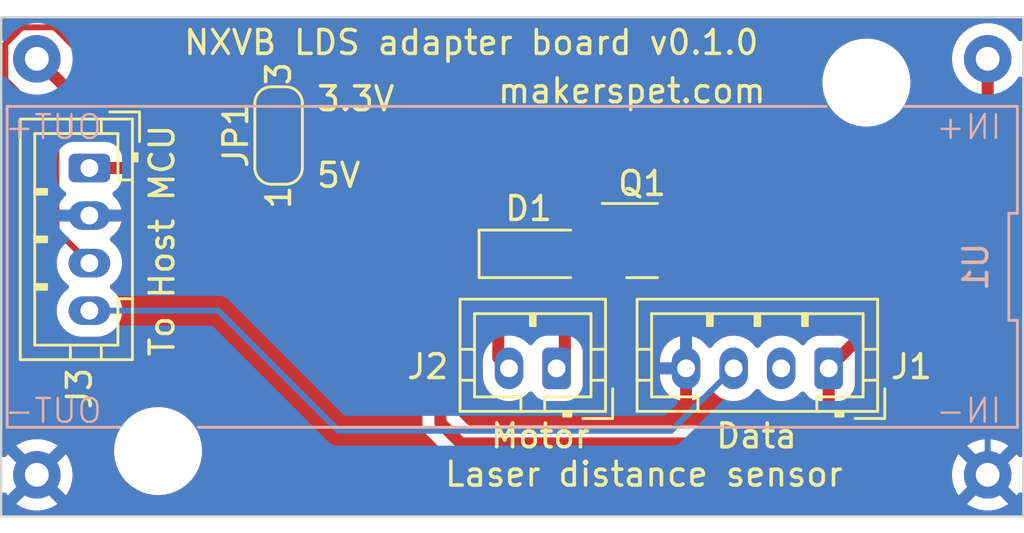
<source format=kicad_pcb>
(kicad_pcb (version 20221018) (generator pcbnew)
  (title_block (title "Neato XV/Botvac LDS Adaptor") (date "2024-01-16") (rev "0.1.0") (company "makerspet.com"))
  (layers (0 "F.Cu" signal) (31 "B.Cu" signal) (34 "B.Paste" user) (35 "F.Paste" user) (36 "B.SilkS" user "B.Silkscreen") (37 "F.SilkS" user "F.Silkscreen") (38 "B.Mask" user) (39 "F.Mask" user) (44 "Edge.Cuts" user))
  (net 0 "")
  (net 1 "+5V")
  (net 2 "/MOT-")
  (net 4 "/TX")
  (net 5 "GND")
  (net 6 "/MOT+")
  (net 7 "/MOT_EN")
  (net 8 "+3.3V")
  (footprint "Package_TO_SOT_SMD:SOT-23" (layer "F.Cu") (at 105.4608 48.895)
    (fp_text reference "Q1" (at 0 -2.4) (layer "F.SilkS"))
    (fp_text value "AS2302" hide)
    (fp_line (start 0 -1.56) (end -1.675 -1.56) (stroke (width 0.12)) (layer "F.SilkS"))
    (fp_line (start 0 -1.56) (end 0.65 -1.56) (stroke (width 0.12)) (layer "F.SilkS"))
    (fp_line (start 0 1.56) (end -0.65 1.56) (stroke (width 0.12)) (layer "F.SilkS"))
    (fp_line (start 0 1.56) (end 0.65 1.56) (stroke (width 0.12)) (layer "F.SilkS"))
    (pad "1" smd roundrect (at -0.9375 -0.95) (size 1.475 0.6) (layers "F.Cu" "F.Paste" "F.Mask") (net 7 "/MOT_EN"))
    (pad "2" smd roundrect (at -0.9375 0.95) (size 1.475 0.6) (layers "F.Cu" "F.Paste" "F.Mask") (net 5 "GND"))
    (pad "3" smd roundrect (at 0.9375 0) (size 1.475 0.6) (layers "F.Cu" "F.Paste" "F.Mask") (net 2 "/MOT-"))
  )
  (footprint "Connector_JST:JST_PH_B4B-PH-K_1x04_P2.00mm_Vertical" (layer "F.Cu") (at 82.211 45.8442 -90)
    (fp_text reference "J3" (at 9.2738 0.423 90) (layer "F.SilkS"))
    (fp_text value "JST PH B4B Vert" hide)
    (fp_line (start -2.36 -2.11) (end -2.36 -0.86) (stroke (width 0.12)) (layer "F.SilkS"))
    (fp_line (start -2.06 -1.81) (end -2.06 2.91) (stroke (width 0.12)) (layer "F.SilkS"))
    (fp_line (start -2.06 -0.5) (end -1.45 -0.5) (stroke (width 0.12)) (layer "F.SilkS"))
    (fp_line (start -2.06 0.8) (end -1.45 0.8) (stroke (width 0.12)) (layer "F.SilkS"))
    (fp_line (start -2.06 2.91) (end 8.06 2.91) (stroke (width 0.12)) (layer "F.SilkS"))
    (fp_line (start -1.45 -1.2) (end -1.45 2.3) (stroke (width 0.12)) (layer "F.SilkS"))
    (fp_line (start -1.45 2.3) (end 7.45 2.3) (stroke (width 0.12)) (layer "F.SilkS"))
    (fp_line (start -1.11 -2.11) (end -2.36 -2.11) (stroke (width 0.12)) (layer "F.SilkS"))
    (fp_line (start -0.6 -2.01) (end -0.6 -1.81) (stroke (width 0.12)) (layer "F.SilkS"))
    (fp_line (start -0.3 -2.01) (end -0.6 -2.01) (stroke (width 0.12)) (layer "F.SilkS"))
    (fp_line (start -0.3 -1.91) (end -0.6 -1.91) (stroke (width 0.12)) (layer "F.SilkS"))
    (fp_line (start -0.3 -1.81) (end -0.3 -2.01) (stroke (width 0.12)) (layer "F.SilkS"))
    (fp_line (start 0.5 -1.81) (end 0.5 -1.2) (stroke (width 0.12)) (layer "F.SilkS"))
    (fp_line (start 0.5 -1.2) (end -1.45 -1.2) (stroke (width 0.12)) (layer "F.SilkS"))
    (fp_line (start 0.9 1.8) (end 1.1 1.8) (stroke (width 0.12)) (layer "F.SilkS"))
    (fp_line (start 0.9 2.3) (end 0.9 1.8) (stroke (width 0.12)) (layer "F.SilkS"))
    (fp_line (start 1 2.3) (end 1 1.8) (stroke (width 0.12)) (layer "F.SilkS"))
    (fp_line (start 1.1 1.8) (end 1.1 2.3) (stroke (width 0.12)) (layer "F.SilkS"))
    (fp_line (start 2.9 1.8) (end 3.1 1.8) (stroke (width 0.12)) (layer "F.SilkS"))
    (fp_line (start 2.9 2.3) (end 2.9 1.8) (stroke (width 0.12)) (layer "F.SilkS"))
    (fp_line (start 3 2.3) (end 3 1.8) (stroke (width 0.12)) (layer "F.SilkS"))
    (fp_line (start 3.1 1.8) (end 3.1 2.3) (stroke (width 0.12)) (layer "F.SilkS"))
    (fp_line (start 4.9 1.8) (end 5.1 1.8) (stroke (width 0.12)) (layer "F.SilkS"))
    (fp_line (start 4.9 2.3) (end 4.9 1.8) (stroke (width 0.12)) (layer "F.SilkS"))
    (fp_line (start 5 2.3) (end 5 1.8) (stroke (width 0.12)) (layer "F.SilkS"))
    (fp_line (start 5.1 1.8) (end 5.1 2.3) (stroke (width 0.12)) (layer "F.SilkS"))
    (fp_line (start 5.5 -1.2) (end 5.5 -1.81) (stroke (width 0.12)) (layer "F.SilkS"))
    (fp_line (start 7.45 -1.2) (end 5.5 -1.2) (stroke (width 0.12)) (layer "F.SilkS"))
    (fp_line (start 7.45 2.3) (end 7.45 -1.2) (stroke (width 0.12)) (layer "F.SilkS"))
    (fp_line (start 8.06 -1.81) (end -2.06 -1.81) (stroke (width 0.12)) (layer "F.SilkS"))
    (fp_line (start 8.06 -0.5) (end 7.45 -0.5) (stroke (width 0.12)) (layer "F.SilkS"))
    (fp_line (start 8.06 0.8) (end 7.45 0.8) (stroke (width 0.12)) (layer "F.SilkS"))
    (fp_line (start 8.06 2.91) (end 8.06 -1.81) (stroke (width 0.12)) (layer "F.SilkS"))
    (pad "1" thru_hole roundrect (at 0 0 270) (size 1.2 1.75) (drill 0.75) (layers "*.Cu" "*.Mask") (roundrect_rratio 0.2083333333) (net 1 "+5V"))
    (pad "2" thru_hole oval (at 2 0 270) (size 1.2 1.75) (drill 0.75) (layers "*.Cu" "*.Mask") (net 5 "GND"))
    (pad "3" thru_hole oval (at 4 0 270) (size 1.2 1.75) (drill 0.75) (layers "*.Cu" "*.Mask") (net 7 "/MOT_EN"))
    (pad "4" thru_hole oval (at 6 0 270) (size 1.2 1.75) (drill 0.75) (layers "*.Cu" "*.Mask") (net 4 "/TX"))
  )
  (footprint "Diode_SMD:D_SOD-123F" (layer "F.Cu") (at 100.8126 49.4538)
    (fp_text reference "D1" (at -0.127 -1.905) (layer "F.SilkS"))
    (fp_text value "FS26" hide)
    (fp_line (start -2.21 -1) (end -2.21 1) (stroke (width 0.12)) (layer "F.SilkS"))
    (fp_line (start -2.21 -1) (end 1.65 -1) (stroke (width 0.12)) (layer "F.SilkS"))
    (fp_line (start -2.21 1) (end 1.65 1) (stroke (width 0.12)) (layer "F.SilkS"))
    (pad "1" smd roundrect (at -1.4 0) (size 1.1 1.1) (layers "F.Cu" "F.Paste" "F.Mask") (roundrect_rratio 0.2272727273) (net 6 "/MOT+"))
    (pad "2" smd roundrect (at 1.4 0) (size 1.1 1.1) (layers "F.Cu" "F.Paste" "F.Mask") (roundrect_rratio 0.2272727273) (net 2 "/MOT-"))
  )
  (footprint "Connector_JST:JST_PH_B2B-PH-K_1x02_P2.00mm_Vertical" (layer "F.Cu") (at 101.8634 54.271 180)
    (fp_text reference "J2" (at 5.4196 0.071) (layer "F.SilkS"))
    (fp_text value "JST PH B2B Vert" hide)
    (fp_line (start -2.36 -2.11) (end -2.36 -0.86) (stroke (width 0.12)) (layer "F.SilkS"))
    (fp_line (start -2.06 -1.81) (end -2.06 2.91) (stroke (width 0.12)) (layer "F.SilkS"))
    (fp_line (start -2.06 -0.5) (end -1.45 -0.5) (stroke (width 0.12)) (layer "F.SilkS"))
    (fp_line (start -2.06 0.8) (end -1.45 0.8) (stroke (width 0.12)) (layer "F.SilkS"))
    (fp_line (start -2.06 2.91) (end 4.06 2.91) (stroke (width 0.12)) (layer "F.SilkS"))
    (fp_line (start -1.45 -1.2) (end -1.45 2.3) (stroke (width 0.12)) (layer "F.SilkS"))
    (fp_line (start -1.45 2.3) (end 3.45 2.3) (stroke (width 0.12)) (layer "F.SilkS"))
    (fp_line (start -1.11 -2.11) (end -2.36 -2.11) (stroke (width 0.12)) (layer "F.SilkS"))
    (fp_line (start -0.6 -2.01) (end -0.6 -1.81) (stroke (width 0.12)) (layer "F.SilkS"))
    (fp_line (start -0.3 -2.01) (end -0.6 -2.01) (stroke (width 0.12)) (layer "F.SilkS"))
    (fp_line (start -0.3 -1.91) (end -0.6 -1.91) (stroke (width 0.12)) (layer "F.SilkS"))
    (fp_line (start -0.3 -1.81) (end -0.3 -2.01) (stroke (width 0.12)) (layer "F.SilkS"))
    (fp_line (start 0.5 -1.81) (end 0.5 -1.2) (stroke (width 0.12)) (layer "F.SilkS"))
    (fp_line (start 0.5 -1.2) (end -1.45 -1.2) (stroke (width 0.12)) (layer "F.SilkS"))
    (fp_line (start 0.9 1.8) (end 1.1 1.8) (stroke (width 0.12)) (layer "F.SilkS"))
    (fp_line (start 0.9 2.3) (end 0.9 1.8) (stroke (width 0.12)) (layer "F.SilkS"))
    (fp_line (start 1 2.3) (end 1 1.8) (stroke (width 0.12)) (layer "F.SilkS"))
    (fp_line (start 1.1 1.8) (end 1.1 2.3) (stroke (width 0.12)) (layer "F.SilkS"))
    (fp_line (start 1.5 -1.2) (end 1.5 -1.81) (stroke (width 0.12)) (layer "F.SilkS"))
    (fp_line (start 3.45 -1.2) (end 1.5 -1.2) (stroke (width 0.12)) (layer "F.SilkS"))
    (fp_line (start 3.45 2.3) (end 3.45 -1.2) (stroke (width 0.12)) (layer "F.SilkS"))
    (fp_line (start 4.06 -1.81) (end -2.06 -1.81) (stroke (width 0.12)) (layer "F.SilkS"))
    (fp_line (start 4.06 -0.5) (end 3.45 -0.5) (stroke (width 0.12)) (layer "F.SilkS"))
    (fp_line (start 4.06 0.8) (end 3.45 0.8) (stroke (width 0.12)) (layer "F.SilkS"))
    (fp_line (start 4.06 2.91) (end 4.06 -1.81) (stroke (width 0.12)) (layer "F.SilkS"))
    (pad "1" thru_hole roundrect (at 0 0 180) (size 1.2 1.75) (drill 0.75) (layers "*.Cu" "*.Mask") (roundrect_rratio 0.2083333333) (net 2 "/MOT-"))
    (pad "2" thru_hole oval (at 2 0 180) (size 1.2 1.75) (drill 0.75) (layers "*.Cu" "*.Mask") (net 6 "/MOT+"))
  )
  (footprint "Jumper:SolderJumper-3_P1.3mm_Bridged12_RoundedPad1.0x1.5mm_NumberLabels" (layer "F.Cu") (at 90.17 44.4754 90)
    (fp_text reference "JP1" (at 0 -1.8 90) (layer "F.SilkS"))
    (fp_text value "SolderJumper_3_Bridged12" hide)
    (fp_text user "1" (at -2.6 0 90) (layer "F.SilkS"))
    (fp_text user "3" (at 2.6 0 90) (layer "F.SilkS"))
    (fp_poly (pts (xy -0.9 -0.3) (xy -0.4 -0.3) (xy -0.4 0.3) (xy -0.9 0.3)) (fill solid) (layer "F.Cu"))
    (fp_line (start -2.05 0.3) (end -2.05 -0.3) (stroke (width 0.12)) (layer "F.SilkS"))
    (fp_line (start -1.4 -1) (end 1.4 -1) (stroke (width 0.12)) (layer "F.SilkS"))
    (fp_line (start 1.4 1) (end -1.4 1) (stroke (width 0.12)) (layer "F.SilkS"))
    (fp_line (start 2.05 -0.3) (end 2.05 0.3) (stroke (width 0.12)) (layer "F.SilkS"))
    (fp_arc (start -2.05 -0.3) (mid -1.844975 -0.794975) (end -1.35 -1) (stroke (width 0.12)) (layer "F.SilkS"))
    (fp_arc (start -1.35 1) (mid -1.844975 0.794975) (end -2.05 0.3) (stroke (width 0.12)) (layer "F.SilkS"))
    (fp_arc (start 1.35 -1) (mid 1.844975 -0.794975) (end 2.05 -0.3) (stroke (width 0.12)) (layer "F.SilkS"))
    (fp_arc (start 2.05 0.3) (mid 1.844975 0.794975) (end 1.35 1) (stroke (width 0.12)) (layer "F.SilkS"))
    (pad "1" smd custom (at -1.3 0 90) (size 1 0.5) (layers "F.Cu" "F.Mask") (net 1 "+5V") (options (clearance outline) (anchor rect)) (primitives (gr_poly (pts (xy 0.55 0.75) (xy 0 0.75) (xy 0 -0.75) (xy 0.55 -0.75)) (width 0) (fill yes)) (gr_circle (center 0 0.25) (end 0.5 0.25) (width 0) (fill yes)) (gr_circle (center 0 -0.25) (end 0.5 -0.25) (width 0) (fill yes))))
    (pad "2" smd rect (at 0 0 90) (size 1 1.5) (layers "F.Cu" "F.Mask") (net 6 "/MOT+"))
    (pad "3" smd custom (at 1.3 0 90) (size 1 0.5) (layers "F.Cu" "F.Mask") (net 8 "+3.3V") (options (clearance outline) (anchor rect)) (primitives (gr_circle (center 0 0.25) (end 0.5 0.25) (width 0) (fill yes)) (gr_circle (center 0 -0.25) (end 0.5 -0.25) (width 0) (fill yes)) (gr_poly (pts (xy 0 0.75) (xy -0.55 0.75) (xy -0.55 -0.75) (xy 0 -0.75)) (width 0) (fill yes))))
  )
  (footprint "MountingHole:MountingHole_3.2mm_M3" (layer "F.Cu") (at 114.9 42.25)
    (fp_text reference "H2" hide)
    (fp_text value "MountingHole" hide)
    (pad "" np_thru_hole circle (at 0 0) (size 3.2 3.2) (drill 3.2) (layers "*.Cu" "*.Mask"))
  )
  (footprint "Connector_JST:JST_PH_B4B-PH-K_1x04_P2.00mm_Vertical" (layer "F.Cu") (at 113.3122 54.271 180)
    (fp_text reference "J1" (at -3.477 0.071) (layer "F.SilkS"))
    (fp_text value "JST PH B4B Vert" hide)
    (fp_line (start -2.36 -2.11) (end -2.36 -0.86) (stroke (width 0.12)) (layer "F.SilkS"))
    (fp_line (start -2.06 -1.81) (end -2.06 2.91) (stroke (width 0.12)) (layer "F.SilkS"))
    (fp_line (start -2.06 -0.5) (end -1.45 -0.5) (stroke (width 0.12)) (layer "F.SilkS"))
    (fp_line (start -2.06 0.8) (end -1.45 0.8) (stroke (width 0.12)) (layer "F.SilkS"))
    (fp_line (start -2.06 2.91) (end 8.06 2.91) (stroke (width 0.12)) (layer "F.SilkS"))
    (fp_line (start -1.45 -1.2) (end -1.45 2.3) (stroke (width 0.12)) (layer "F.SilkS"))
    (fp_line (start -1.45 2.3) (end 7.45 2.3) (stroke (width 0.12)) (layer "F.SilkS"))
    (fp_line (start -1.11 -2.11) (end -2.36 -2.11) (stroke (width 0.12)) (layer "F.SilkS"))
    (fp_line (start -0.6 -2.01) (end -0.6 -1.81) (stroke (width 0.12)) (layer "F.SilkS"))
    (fp_line (start -0.3 -2.01) (end -0.6 -2.01) (stroke (width 0.12)) (layer "F.SilkS"))
    (fp_line (start -0.3 -1.91) (end -0.6 -1.91) (stroke (width 0.12)) (layer "F.SilkS"))
    (fp_line (start -0.3 -1.81) (end -0.3 -2.01) (stroke (width 0.12)) (layer "F.SilkS"))
    (fp_line (start 0.5 -1.81) (end 0.5 -1.2) (stroke (width 0.12)) (layer "F.SilkS"))
    (fp_line (start 0.5 -1.2) (end -1.45 -1.2) (stroke (width 0.12)) (layer "F.SilkS"))
    (fp_line (start 0.9 1.8) (end 1.1 1.8) (stroke (width 0.12)) (layer "F.SilkS"))
    (fp_line (start 0.9 2.3) (end 0.9 1.8) (stroke (width 0.12)) (layer "F.SilkS"))
    (fp_line (start 1 2.3) (end 1 1.8) (stroke (width 0.12)) (layer "F.SilkS"))
    (fp_line (start 1.1 1.8) (end 1.1 2.3) (stroke (width 0.12)) (layer "F.SilkS"))
    (fp_line (start 2.9 1.8) (end 3.1 1.8) (stroke (width 0.12)) (layer "F.SilkS"))
    (fp_line (start 2.9 2.3) (end 2.9 1.8) (stroke (width 0.12)) (layer "F.SilkS"))
    (fp_line (start 3 2.3) (end 3 1.8) (stroke (width 0.12)) (layer "F.SilkS"))
    (fp_line (start 3.1 1.8) (end 3.1 2.3) (stroke (width 0.12)) (layer "F.SilkS"))
    (fp_line (start 4.9 1.8) (end 5.1 1.8) (stroke (width 0.12)) (layer "F.SilkS"))
    (fp_line (start 4.9 2.3) (end 4.9 1.8) (stroke (width 0.12)) (layer "F.SilkS"))
    (fp_line (start 5 2.3) (end 5 1.8) (stroke (width 0.12)) (layer "F.SilkS"))
    (fp_line (start 5.1 1.8) (end 5.1 2.3) (stroke (width 0.12)) (layer "F.SilkS"))
    (fp_line (start 5.5 -1.2) (end 5.5 -1.81) (stroke (width 0.12)) (layer "F.SilkS"))
    (fp_line (start 7.45 -1.2) (end 5.5 -1.2) (stroke (width 0.12)) (layer "F.SilkS"))
    (fp_line (start 7.45 2.3) (end 7.45 -1.2) (stroke (width 0.12)) (layer "F.SilkS"))
    (fp_line (start 8.06 -1.81) (end -2.06 -1.81) (stroke (width 0.12)) (layer "F.SilkS"))
    (fp_line (start 8.06 -0.5) (end 7.45 -0.5) (stroke (width 0.12)) (layer "F.SilkS"))
    (fp_line (start 8.06 0.8) (end 7.45 0.8) (stroke (width 0.12)) (layer "F.SilkS"))
    (fp_line (start 8.06 2.91) (end 8.06 -1.81) (stroke (width 0.12)) (layer "F.SilkS"))
    (pad "1" thru_hole roundrect (at 0 0 180) (size 1.2 1.75) (drill 0.75) (layers "*.Cu" "*.Mask") (roundrect_rratio 0.2083333333) (net 1 "+5V"))
    (pad "2" thru_hole oval (at 2 0 180) (size 1.2 1.75) (drill 0.75) (layers "*.Cu" "*.Mask"))
    (pad "3" thru_hole oval (at 4 0 180) (size 1.2 1.75) (drill 0.75) (layers "*.Cu" "*.Mask") (net 4 "/TX"))
    (pad "4" thru_hole oval (at 6 0 180) (size 1.2 1.75) (drill 0.75) (layers "*.Cu" "*.Mask") (net 5 "GND"))
  )
  (footprint "MountingHole:MountingHole_3.2mm_M3" (layer "F.Cu") (at 85.1 57.75)
    (fp_text reference "H1" hide)
    (fp_text value "MountingHole" hide)
    (pad "" np_thru_hole circle (at 0 0) (size 3.2 3.2) (drill 3.2) (layers "*.Cu" "*.Mask"))
  )
  (footprint "Makerspet:LM2596 Module" (layer "B.Cu") (at 100 50 180)
    (fp_text reference "U1" (at -19.5 0 90) (layer "B.SilkS") (effects (justify mirror)))
    (fp_text value "DNP LM2596" hide)
    (fp_text user "OUT+" (at 17.196 5.296 unlocked) (layer "B.SilkS") (effects (font (thickness 0.1)) (justify left bottom mirror)))
    (fp_text user "IN+" (at -20.65 5.296 unlocked) (layer "B.SilkS") (effects (font (thickness 0.1)) (justify left bottom mirror)))
    (fp_text user "OUT-" (at 17.196 -6.642 unlocked) (layer "B.SilkS") (effects (font (thickness 0.1)) (justify left bottom mirror)))
    (fp_text user "IN-" (at -20.65 -6.642 unlocked) (layer "B.SilkS") (effects (font (thickness 0.1)) (justify left bottom mirror)))
    (fp_line (start -21.25 -6.75) (end 13.2 -6.75) (stroke (width 0.12)) (layer "B.SilkS"))
    (fp_line (start -21.25 -2.249999) (end -21.25 -6.749999) (stroke (width 0.12)) (layer "B.SilkS"))
    (fp_line (start -21.25 2.25) (end -20.89 2.25) (stroke (width 0.12)) (layer "B.SilkS"))
    (fp_line (start -21.25 6.75) (end -21.25 2.25) (stroke (width 0.12)) (layer "B.SilkS"))
    (fp_line (start -20.89 -2.249999) (end -21.25 -2.249999) (stroke (width 0.12)) (layer "B.SilkS"))
    (fp_line (start -20.89 2.25) (end -20.89 -2.249999) (stroke (width 0.12)) (layer "B.SilkS"))
    (fp_line (start -16.5 6.75) (end -21.25 6.75) (stroke (width 0.12)) (layer "B.SilkS"))
    (fp_line (start 16.5 -6.75) (end 21.25 -6.75) (stroke (width 0.12)) (layer "B.SilkS"))
    (fp_line (start 21.25 -6.75) (end 21.25 6.749999) (stroke (width 0.12)) (layer "B.SilkS"))
    (fp_line (start 21.25 6.75) (end -13.2 6.75) (stroke (width 0.12)) (layer "B.SilkS"))
    (pad "1" thru_hole circle (at -20 -8.75 180) (size 2 2) (drill 1) (layers "*.Cu" "*.Mask") (net 5 "GND"))
    (pad "2" thru_hole circle (at 20 -8.75 180) (size 2 2) (drill 1) (layers "*.Cu" "*.Mask") (net 5 "GND"))
    (pad "3" thru_hole circle (at 20 8.75 180) (size 2 2) (drill 1) (layers "*.Cu" "*.Mask") (net 8 "+3.3V"))
    (pad "4" thru_hole circle (at -20 8.75 180) (size 2 2) (drill 1) (layers "*.Cu" "*.Mask") (net 1 "+5V"))
  )
  (gr_rect (start 78.5 39.5) (end 121.5 60.5) (stroke (width 0.1)) (fill none) (layer "Edge.Cuts"))
  (gr_text "3.3V\n\n5V" (at 91.694 46.736) (layer "F.SilkS") (effects (font (size 1 1)) (justify left bottom)))
  (gr_text "makerspet.com" (at 99.314 43.18) (layer "F.SilkS") (effects (font (size 1 1)) (justify left bottom)))
  (gr_text "Motor       Data\nLaser distance sensor" (at 105.537 59.309) (layer "F.SilkS") (effects (font (size 1 1)) (justify bottom)))
  (gr_text "NXVB LDS adapter board v0.1.0" (at 86.106 41.148) (layer "F.SilkS") (effects (font (size 1 1)) (justify left bottom)))
  (gr_text "To Host MCU" (at 85.852 48.895 90) (layer "F.SilkS") (effects (font (size 1 1)) (justify bottom)))
  (segment (start 112.8014 57.4294) (end 97.8408 57.4294) (width 0.508) (layer "F.Cu") (net 1))
  (segment (start 94.4164 45.7754) (end 90.17 45.7754) (width 0.508) (layer "F.Cu") (net 1))
  (segment (start 120 47.5832) (end 113.3122 54.271) (width 0.508) (layer "F.Cu") (net 1))
  (segment (start 96.9772 48.3362) (end 94.4164 45.7754) (width 0.508) (layer "F.Cu") (net 1))
  (segment (start 96.9772 56.5658) (end 96.9772 48.3362) (width 0.508) (layer "F.Cu") (net 1))
  (segment (start 120 41.25) (end 120 47.5832) (width 0.508) (layer "F.Cu") (net 1))
  (segment (start 90.1012 45.8442) (end 90.17 45.7754) (width 0.508) (layer "F.Cu") (net 1))
  (segment (start 113.3122 54.271) (end 113.3122 56.9186) (width 0.508) (layer "F.Cu") (net 1))
  (segment (start 113.3122 56.9186) (end 112.8014 57.4294) (width 0.508) (layer "F.Cu") (net 1))
  (segment (start 97.8408 57.4294) (end 96.9772 56.5658) (width 0.508) (layer "F.Cu") (net 1))
  (segment (start 82.211 45.8442) (end 90.1012 45.8442) (width 0.508) (layer "F.Cu") (net 1))
  (segment (start 102.2126 49.4538) (end 102.2126 53.9218) (width 0.508) (layer "F.Cu") (net 2))
  (segment (start 106.3983 48.895) (end 102.7714 48.895) (width 0.508) (layer "F.Cu") (net 2))
  (segment (start 102.2126 53.9218) (end 101.8634 54.271) (width 0.508) (layer "F.Cu") (net 2))
  (segment (start 102.7714 48.895) (end 102.2126 49.4538) (width 0.508) (layer "F.Cu") (net 2))
  (segment (start 106.6872 56.896) (end 92.6846 56.896) (width 0.25) (layer "B.Cu") (net 4))
  (segment (start 87.6328 51.8442) (end 82.211 51.8442) (width 0.25) (layer "B.Cu") (net 4))
  (segment (start 109.3122 54.271) (end 106.6872 56.896) (width 0.25) (layer "B.Cu") (net 4))
  (segment (start 92.6846 56.896) (end 87.6328 51.8442) (width 0.25) (layer "B.Cu") (net 4))
  (segment (start 83.5312 47.8442) (end 82.211 47.8442) (width 0.25) (layer "F.Cu") (net 5))
  (segment (start 105.8584 54.271) (end 107.3122 54.271) (width 0.25) (layer "F.Cu") (net 5))
  (segment (start 83.7946 48.1076) (end 83.5312 47.8442) (width 0.25) (layer "F.Cu") (net 5))
  (segment (start 104.5233 49.845) (end 104.5233 52.9359) (width 0.25) (layer "F.Cu") (net 5))
  (segment (start 80 58.75) (end 83.7946 54.9554) (width 0.25) (layer "F.Cu") (net 5))
  (segment (start 83.7946 54.9554) (end 83.7946 48.1076) (width 0.25) (layer "F.Cu") (net 5))
  (segment (start 104.5233 52.9359) (end 105.8584 54.271) (width 0.25) (layer "F.Cu") (net 5))
  (segment (start 120 58.75) (end 120 57.1096) (width 0.25) (layer "B.Cu") (net 5))
  (segment (start 92.5322 58.674) (end 87.5538 53.6956) (width 0.25) (layer "B.Cu") (net 5))
  (segment (start 120 57.1096) (end 114.4524 51.562) (width 0.25) (layer "B.Cu") (net 5))
  (segment (start 120 58.75) (end 118.527 57.277) (width 0.25) (layer "B.Cu") (net 5))
  (segment (start 108.5596 51.562) (end 107.3122 52.8094) (width 0.25) (layer "B.Cu") (net 5))
  (segment (start 114.4524 51.562) (end 108.5596 51.562) (width 0.25) (layer "B.Cu") (net 5))
  (segment (start 115.062 58.674) (end 92.5322 58.674) (width 0.25) (layer "B.Cu") (net 5))
  (segment (start 85.0544 53.6956) (end 80 58.75) (width 0.25) (layer "B.Cu") (net 5))
  (segment (start 107.3122 52.8094) (end 107.3122 54.271) (width 0.25) (layer "B.Cu") (net 5))
  (segment (start 118.527 57.277) (end 116.459 57.277) (width 0.25) (layer "B.Cu") (net 5))
  (segment (start 87.5538 53.6956) (end 85.0544 53.6956) (width 0.25) (layer "B.Cu") (net 5))
  (segment (start 116.459 57.277) (end 115.062 58.674) (width 0.25) (layer "B.Cu") (net 5))
  (segment (start 99.4126 53.8202) (end 99.8634 54.271) (width 0.508) (layer "F.Cu") (net 6))
  (segment (start 94.4342 44.4754) (end 99.4126 49.4538) (width 0.508) (layer "F.Cu") (net 6))
  (segment (start 99.4126 49.4538) (end 99.4126 53.8202) (width 0.508) (layer "F.Cu") (net 6))
  (segment (start 90.17 44.4754) (end 94.4342 44.4754) (width 0.508) (layer "F.Cu") (net 6))
  (segment (start 93.0656 42.0878) (end 82.9056 42.0878) (width 0.25) (layer "F.Cu") (net 7))
  (segment (start 78.675 40.6288) (end 78.675 42.1244) (width 0.25) (layer "F.Cu") (net 7))
  (segment (start 104.5233 47.945) (end 98.9228 47.945) (width 0.25) (layer "F.Cu") (net 7))
  (segment (start 82.9056 42.0878) (end 80.7428 39.925) (width 0.25) (layer "F.Cu") (net 7))
  (segment (start 98.9228 47.945) (end 93.0656 42.0878) (width 0.25) (layer "F.Cu") (net 7))
  (segment (start 79.3788 39.925) (end 78.675 40.6288) (width 0.25) (layer "F.Cu") (net 7))
  (segment (start 80.7428 39.925) (end 79.3788 39.925) (width 0.25) (layer "F.Cu") (net 7))
  (segment (start 78.675 42.1244) (end 80.8228 44.2722) (width 0.25) (layer "F.Cu") (net 7))
  (segment (start 80.8228 44.2722) (end 80.8228 48.456) (width 0.25) (layer "F.Cu") (net 7))
  (segment (start 80.8228 48.456) (end 82.211 49.8442) (width 0.25) (layer "F.Cu") (net 7))
  (segment (start 81.9254 43.1754) (end 80 41.25) (width 0.508) (layer "F.Cu") (net 8))
  (segment (start 90.17 43.1754) (end 81.9254 43.1754) (width 0.508) (layer "F.Cu") (net 8))
  (zone (net 5) (net_name "GND") (layers "F&B.Cu") (connect_pads (clearance 0.5)) (min_thickness 0.25) (fill yes (thermal_gap 0.5) (thermal_bridge_width 0.5))
    (polygon (pts (xy 78.4606 39.4716) (xy 121.539 39.4716) (xy 121.539 60.5282) (xy 78.4606 60.5282)))
  )
)
</source>
